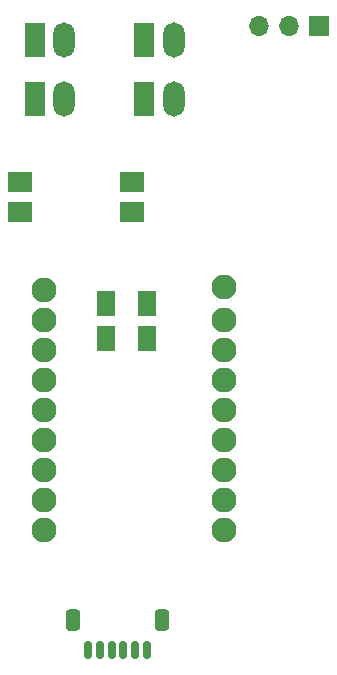
<source format=gbr>
%TF.GenerationSoftware,KiCad,Pcbnew,8.0.4*%
%TF.CreationDate,2024-08-15T17:47:52+02:00*%
%TF.ProjectId,Fingerprint_doorbell,46696e67-6572-4707-9269-6e745f646f6f,rev?*%
%TF.SameCoordinates,Original*%
%TF.FileFunction,Soldermask,Top*%
%TF.FilePolarity,Negative*%
%FSLAX46Y46*%
G04 Gerber Fmt 4.6, Leading zero omitted, Abs format (unit mm)*
G04 Created by KiCad (PCBNEW 8.0.4) date 2024-08-15 17:47:52*
%MOMM*%
%LPD*%
G01*
G04 APERTURE LIST*
G04 Aperture macros list*
%AMRoundRect*
0 Rectangle with rounded corners*
0 $1 Rounding radius*
0 $2 $3 $4 $5 $6 $7 $8 $9 X,Y pos of 4 corners*
0 Add a 4 corners polygon primitive as box body*
4,1,4,$2,$3,$4,$5,$6,$7,$8,$9,$2,$3,0*
0 Add four circle primitives for the rounded corners*
1,1,$1+$1,$2,$3*
1,1,$1+$1,$4,$5*
1,1,$1+$1,$6,$7*
1,1,$1+$1,$8,$9*
0 Add four rect primitives between the rounded corners*
20,1,$1+$1,$2,$3,$4,$5,0*
20,1,$1+$1,$4,$5,$6,$7,0*
20,1,$1+$1,$6,$7,$8,$9,0*
20,1,$1+$1,$8,$9,$2,$3,0*%
%AMFreePoly0*
4,1,6,1.000000,0.000000,0.500000,-0.750000,-0.500000,-0.750000,-0.500000,0.750000,0.500000,0.750000,1.000000,0.000000,1.000000,0.000000,$1*%
G04 Aperture macros list end*
%ADD10R,2.000000X1.780000*%
%ADD11R,1.700000X1.700000*%
%ADD12O,1.700000X1.700000*%
%ADD13R,1.800000X3.000000*%
%ADD14O,1.800000X3.000000*%
%ADD15FreePoly0,270.000000*%
%ADD16FreePoly0,90.000000*%
%ADD17R,1.500000X1.500000*%
%ADD18RoundRect,0.250000X-0.350000X-0.650000X0.350000X-0.650000X0.350000X0.650000X-0.350000X0.650000X0*%
%ADD19RoundRect,0.150000X-0.150000X-0.625000X0.150000X-0.625000X0.150000X0.625000X-0.150000X0.625000X0*%
%ADD20C,2.109000*%
G04 APERTURE END LIST*
D10*
%TO.C,U2*%
X64235000Y-50730000D03*
X64235000Y-53270000D03*
X73765000Y-53270000D03*
X73765000Y-50730000D03*
%TD*%
D11*
%TO.C,J4*%
X89540000Y-37500000D03*
D12*
X87000000Y-37500000D03*
X84460000Y-37500000D03*
%TD*%
D13*
%TO.C,J3*%
X74750000Y-38700000D03*
X74750000Y-43700000D03*
D14*
X77250000Y-38700000D03*
X77250000Y-43700000D03*
%TD*%
D13*
%TO.C,J2*%
X65500000Y-38700000D03*
X65500000Y-43700000D03*
D14*
X68000000Y-38700000D03*
X68000000Y-43700000D03*
%TD*%
D15*
%TO.C,JP2*%
X71500000Y-60500000D03*
D16*
X71500000Y-64500000D03*
D17*
X71500000Y-61300000D03*
X71500000Y-63700000D03*
%TD*%
D15*
%TO.C,JP1*%
X75000000Y-60500000D03*
D16*
X75000000Y-64500000D03*
D17*
X75000000Y-61300000D03*
X75000000Y-63700000D03*
%TD*%
D18*
%TO.C,J1*%
X76300000Y-87800000D03*
X68700000Y-87800000D03*
D19*
X75000000Y-90325000D03*
X74000000Y-90325000D03*
X73000000Y-90325000D03*
X72000000Y-90325000D03*
X71000000Y-90325000D03*
X70000000Y-90325000D03*
%TD*%
D20*
%TO.C,U1*%
X66260000Y-67460000D03*
X66260000Y-70000000D03*
X66260000Y-72540000D03*
X66260000Y-64920000D03*
X66260000Y-75080000D03*
X66260000Y-77620000D03*
X66260000Y-59840000D03*
X66260000Y-80160000D03*
X81500000Y-80160000D03*
X81500000Y-77620000D03*
X81500000Y-75080000D03*
X81500000Y-72540000D03*
X81500000Y-70000000D03*
X81500000Y-67460000D03*
X81500000Y-64920000D03*
X66260000Y-62380000D03*
X81500000Y-62380000D03*
X81500000Y-59630000D03*
%TD*%
M02*

</source>
